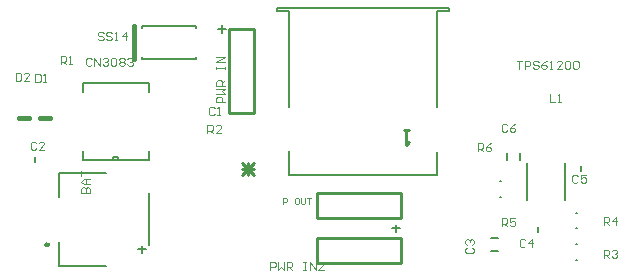
<source format=gto>
G04*
G04 #@! TF.GenerationSoftware,Altium Limited,Altium Designer,21.2.0 (30)*
G04*
G04 Layer_Color=65535*
%FSLAX25Y25*%
%MOIN*%
G70*
G04*
G04 #@! TF.SameCoordinates,9EB53224-002F-4CA6-BEF0-4101847B7537*
G04*
G04*
G04 #@! TF.FilePolarity,Positive*
G04*
G01*
G75*
%ADD10C,0.01181*%
%ADD11C,0.00600*%
%ADD12C,0.00500*%
%ADD13C,0.01000*%
%ADD14C,0.01575*%
%ADD15C,0.00787*%
%ADD16C,0.00591*%
%ADD17C,0.00394*%
D10*
X323079Y384535D02*
G03*
X323079Y384535I-394J0D01*
G01*
D11*
X346700Y412700D02*
G03*
X344300Y412700I-1200J0D01*
G01*
X356500D02*
Y415600D01*
X346700Y412700D02*
X356500D01*
X344300D02*
X346700D01*
X334500D02*
X344300D01*
X334500Y435400D02*
Y438300D01*
X356500D01*
Y435400D02*
Y438300D01*
X334500Y412700D02*
Y415600D01*
X495200Y399300D02*
Y411700D01*
X482800Y399300D02*
Y411700D01*
D12*
X326622Y408551D02*
X342370D01*
X356543Y384339D02*
Y401661D01*
X326622Y377449D02*
X342370D01*
X326622D02*
Y385520D01*
Y400480D02*
Y408551D01*
X403394Y430362D02*
Y462370D01*
X403276Y462331D02*
X403394Y462370D01*
X399457D02*
X403394D01*
X399457D02*
Y463551D01*
X456543D01*
Y462370D02*
Y463551D01*
X452606Y462370D02*
X456543D01*
X452606Y430441D02*
Y462370D01*
X403394Y407842D02*
Y415638D01*
Y407842D02*
X452606D01*
Y415323D01*
D13*
X440547Y400055D02*
Y401630D01*
X440500Y393362D02*
Y401630D01*
X412500Y393362D02*
Y401630D01*
Y393362D02*
X440500D01*
X412500Y401630D02*
X440500D01*
X383370Y428500D02*
Y456500D01*
X391638Y428500D02*
Y456500D01*
X383370Y428500D02*
X391638D01*
X383370Y456500D02*
X391638D01*
X383370Y456547D02*
X384945D01*
X440547Y385055D02*
Y386630D01*
X440500Y378362D02*
Y386630D01*
X412500Y378362D02*
Y386630D01*
Y378362D02*
X440500D01*
X412500Y386630D02*
X440500D01*
X443157Y422724D02*
X441491D01*
X442324D01*
Y417726D01*
X443157Y418559D01*
X387552Y407850D02*
X391550Y411849D01*
Y407850D02*
X387552Y411849D01*
X389551Y407850D02*
Y411849D01*
X391550Y409849D02*
X387552D01*
D14*
X320425Y426642D02*
X323575D01*
X351654Y446508D02*
Y457492D01*
X313425Y426642D02*
X316575D01*
D15*
X354449Y456882D02*
Y457512D01*
X372165Y456882D02*
Y457512D01*
X354449Y446488D02*
Y447118D01*
X372165Y446488D02*
Y447118D01*
X354449Y457512D02*
X372165D01*
X354449Y446488D02*
X372165D01*
X473669Y405559D02*
X474063D01*
X473669Y400441D02*
X474063D01*
X498937Y379532D02*
X499331D01*
X498937Y384650D02*
X499331D01*
X498937Y395059D02*
X499331D01*
X498937Y389941D02*
X499331D01*
D16*
X318728Y412213D02*
Y413787D01*
X480165Y412815D02*
Y415177D01*
X475835Y412815D02*
Y415177D01*
X470776Y386665D02*
X473138D01*
X470776Y382335D02*
X473138D01*
X500772Y409213D02*
Y410787D01*
X486272Y388713D02*
Y390287D01*
X353091Y382902D02*
X355714D01*
X354402Y384214D02*
Y381591D01*
X379591Y456402D02*
X382214D01*
X380902Y457714D02*
Y455091D01*
X437591Y389902D02*
X440214D01*
X438903Y391214D02*
Y388591D01*
D17*
X327163Y444623D02*
Y447377D01*
X328541D01*
X329000Y446918D01*
Y446000D01*
X328541Y445541D01*
X327163D01*
X328082D02*
X329000Y444623D01*
X329918D02*
X330837D01*
X330378D01*
Y447377D01*
X329918Y446918D01*
X401408Y398016D02*
Y399984D01*
X402392D01*
X402720Y399656D01*
Y399000D01*
X402392Y398672D01*
X401408D01*
X406328Y399984D02*
X405672D01*
X405344Y399656D01*
Y398344D01*
X405672Y398016D01*
X406328D01*
X406656Y398344D01*
Y399656D01*
X406328Y399984D01*
X407312D02*
Y398344D01*
X407640Y398016D01*
X408296D01*
X408624Y398344D01*
Y399984D01*
X409280D02*
X410592D01*
X409936D01*
Y398016D01*
X479169Y445878D02*
X481005D01*
X480087D01*
Y443122D01*
X481924D02*
Y445878D01*
X483301D01*
X483760Y445418D01*
Y444500D01*
X483301Y444041D01*
X481924D01*
X486515Y445418D02*
X486056Y445878D01*
X485138D01*
X484679Y445418D01*
Y444959D01*
X485138Y444500D01*
X486056D01*
X486515Y444041D01*
Y443582D01*
X486056Y443122D01*
X485138D01*
X484679Y443582D01*
X489270Y445878D02*
X488352Y445418D01*
X487434Y444500D01*
Y443582D01*
X487893Y443122D01*
X488811D01*
X489270Y443582D01*
Y444041D01*
X488811Y444500D01*
X487434D01*
X490189Y443122D02*
X491107D01*
X490648D01*
Y445878D01*
X490189Y445418D01*
X494321Y443122D02*
X492485D01*
X494321Y444959D01*
Y445418D01*
X493862Y445878D01*
X492944D01*
X492485Y445418D01*
X495240D02*
X495699Y445878D01*
X496617D01*
X497076Y445418D01*
Y443582D01*
X496617Y443122D01*
X495699D01*
X495240Y443582D01*
Y445418D01*
X497995D02*
X498454Y445878D01*
X499372D01*
X499831Y445418D01*
Y443582D01*
X499372Y443122D01*
X498454D01*
X497995Y443582D01*
Y445418D01*
X341515Y454918D02*
X341056Y455377D01*
X340138D01*
X339679Y454918D01*
Y454459D01*
X340138Y454000D01*
X341056D01*
X341515Y453541D01*
Y453082D01*
X341056Y452623D01*
X340138D01*
X339679Y453082D01*
X344270Y454918D02*
X343811Y455377D01*
X342893D01*
X342434Y454918D01*
Y454459D01*
X342893Y454000D01*
X343811D01*
X344270Y453541D01*
Y453082D01*
X343811Y452623D01*
X342893D01*
X342434Y453082D01*
X345189Y452623D02*
X346107D01*
X345648D01*
Y455377D01*
X345189Y454918D01*
X348862Y452623D02*
Y455377D01*
X347485Y454000D01*
X349321D01*
X466204Y415623D02*
Y418377D01*
X467582D01*
X468041Y417918D01*
Y417000D01*
X467582Y416541D01*
X466204D01*
X467123D02*
X468041Y415623D01*
X470796Y418377D02*
X469877Y417918D01*
X468959Y417000D01*
Y416082D01*
X469418Y415623D01*
X470337D01*
X470796Y416082D01*
Y416541D01*
X470337Y417000D01*
X468959D01*
X474204Y390622D02*
Y393377D01*
X475582D01*
X476041Y392918D01*
Y392000D01*
X475582Y391541D01*
X474204D01*
X475122D02*
X476041Y390622D01*
X478796Y393377D02*
X476959D01*
Y392000D01*
X477878Y392459D01*
X478337D01*
X478796Y392000D01*
Y391082D01*
X478337Y390622D01*
X477418D01*
X476959Y391082D01*
X508204Y391123D02*
Y393878D01*
X509582D01*
X510041Y393418D01*
Y392500D01*
X509582Y392041D01*
X508204D01*
X509123D02*
X510041Y391123D01*
X512337D02*
Y393878D01*
X510959Y392500D01*
X512796D01*
X508204Y380122D02*
Y382877D01*
X509582D01*
X510041Y382418D01*
Y381500D01*
X509582Y381041D01*
X508204D01*
X509123D02*
X510041Y380122D01*
X510959Y382418D02*
X511418Y382877D01*
X512337D01*
X512796Y382418D01*
Y381959D01*
X512337Y381500D01*
X511877D01*
X512337D01*
X512796Y381041D01*
Y380582D01*
X512337Y380122D01*
X511418D01*
X510959Y380582D01*
X376141Y421623D02*
Y424377D01*
X377519D01*
X377978Y423918D01*
Y423000D01*
X377519Y422541D01*
X376141D01*
X377060D02*
X377978Y421623D01*
X380733D02*
X378896D01*
X380733Y423459D01*
Y423918D01*
X380274Y424377D01*
X379355D01*
X378896Y423918D01*
X381877Y431924D02*
X379122D01*
Y433301D01*
X379582Y433760D01*
X380500D01*
X380959Y433301D01*
Y431924D01*
X379122Y434679D02*
X381877D01*
X380959Y435597D01*
X381877Y436515D01*
X379122D01*
X381877Y437434D02*
X379122D01*
Y438811D01*
X379582Y439270D01*
X380500D01*
X380959Y438811D01*
Y437434D01*
Y438352D02*
X381877Y439270D01*
X379122Y442944D02*
Y443862D01*
Y443403D01*
X381877D01*
Y442944D01*
Y443862D01*
Y445240D02*
X379122D01*
X381877Y447076D01*
X379122D01*
X397046Y376122D02*
Y378877D01*
X398424D01*
X398883Y378418D01*
Y377500D01*
X398424Y377041D01*
X397046D01*
X399801Y378877D02*
Y376122D01*
X400719Y377041D01*
X401638Y376122D01*
Y378877D01*
X402556Y376122D02*
Y378877D01*
X403934D01*
X404393Y378418D01*
Y377500D01*
X403934Y377041D01*
X402556D01*
X403475D02*
X404393Y376122D01*
X408066Y378877D02*
X408985D01*
X408525D01*
Y376122D01*
X408066D01*
X408985D01*
X410362D02*
Y378877D01*
X412199Y376122D01*
Y378877D01*
X414954Y376122D02*
X413117D01*
X414954Y377959D01*
Y378418D01*
X414495Y378877D01*
X413576D01*
X413117Y378418D01*
X490163Y434877D02*
Y432123D01*
X492000D01*
X492918D02*
X493837D01*
X493377D01*
Y434877D01*
X492918Y434418D01*
X312204Y441878D02*
Y439122D01*
X313582D01*
X314041Y439582D01*
Y441418D01*
X313582Y441878D01*
X312204D01*
X316796Y439122D02*
X314959D01*
X316796Y440959D01*
Y441418D01*
X316337Y441878D01*
X315418D01*
X314959Y441418D01*
X318663Y441377D02*
Y438623D01*
X320041D01*
X320500Y439082D01*
Y440918D01*
X320041Y441377D01*
X318663D01*
X321418Y438623D02*
X322337D01*
X321878D01*
Y441377D01*
X321418Y440918D01*
X337531Y446418D02*
X337072Y446877D01*
X336153D01*
X335694Y446418D01*
Y444582D01*
X336153Y444123D01*
X337072D01*
X337531Y444582D01*
X338449Y444123D02*
Y446877D01*
X340286Y444123D01*
Y446877D01*
X341204Y446418D02*
X341663Y446877D01*
X342582D01*
X343041Y446418D01*
Y445959D01*
X342582Y445500D01*
X342123D01*
X342582D01*
X343041Y445041D01*
Y444582D01*
X342582Y444123D01*
X341663D01*
X341204Y444582D01*
X343959Y446418D02*
X344418Y446877D01*
X345337D01*
X345796Y446418D01*
Y444582D01*
X345337Y444123D01*
X344418D01*
X343959Y444582D01*
Y446418D01*
X346714D02*
X347173Y446877D01*
X348092D01*
X348551Y446418D01*
Y445959D01*
X348092Y445500D01*
X348551Y445041D01*
Y444582D01*
X348092Y444123D01*
X347173D01*
X346714Y444582D01*
Y445041D01*
X347173Y445500D01*
X346714Y445959D01*
Y446418D01*
X347173Y445500D02*
X348092D01*
X349469Y446418D02*
X349928Y446877D01*
X350847D01*
X351306Y446418D01*
Y445959D01*
X350847Y445500D01*
X350388D01*
X350847D01*
X351306Y445041D01*
Y444582D01*
X350847Y444123D01*
X349928D01*
X349469Y444582D01*
X476041Y424418D02*
X475582Y424878D01*
X474663D01*
X474204Y424418D01*
Y422582D01*
X474663Y422122D01*
X475582D01*
X476041Y422582D01*
X478796Y424878D02*
X477878Y424418D01*
X476959Y423500D01*
Y422582D01*
X477418Y422122D01*
X478337D01*
X478796Y422582D01*
Y423041D01*
X478337Y423500D01*
X476959D01*
X499584Y407418D02*
X499125Y407877D01*
X498207D01*
X497748Y407418D01*
Y405582D01*
X498207Y405123D01*
X499125D01*
X499584Y405582D01*
X502339Y407877D02*
X500502D01*
Y406500D01*
X501421Y406959D01*
X501880D01*
X502339Y406500D01*
Y405582D01*
X501880Y405123D01*
X500962D01*
X500502Y405582D01*
X482041Y385918D02*
X481582Y386378D01*
X480663D01*
X480204Y385918D01*
Y384082D01*
X480663Y383623D01*
X481582D01*
X482041Y384082D01*
X484337Y383623D02*
Y386378D01*
X482959Y385000D01*
X484796D01*
X462582Y383541D02*
X462122Y383082D01*
Y382163D01*
X462582Y381704D01*
X464418D01*
X464878Y382163D01*
Y383082D01*
X464418Y383541D01*
X462582Y384459D02*
X462122Y384918D01*
Y385837D01*
X462582Y386296D01*
X463041D01*
X463500Y385837D01*
Y385378D01*
Y385837D01*
X463959Y386296D01*
X464418D01*
X464878Y385837D01*
Y384918D01*
X464418Y384459D01*
X319041Y418418D02*
X318582Y418878D01*
X317663D01*
X317204Y418418D01*
Y416582D01*
X317663Y416122D01*
X318582D01*
X319041Y416582D01*
X321796Y416122D02*
X319959D01*
X321796Y417959D01*
Y418418D01*
X321337Y418878D01*
X320418D01*
X319959Y418418D01*
X378500Y429918D02*
X378041Y430377D01*
X377122D01*
X376663Y429918D01*
Y428082D01*
X377122Y427623D01*
X378041D01*
X378500Y428082D01*
X379418Y427623D02*
X380337D01*
X379877D01*
Y430377D01*
X379418Y429918D01*
X334122Y401827D02*
X336877D01*
Y403204D01*
X336418Y403663D01*
X335959D01*
X335500Y403204D01*
Y401827D01*
Y403204D01*
X335041Y403663D01*
X334582D01*
X334122Y403204D01*
Y401827D01*
X336877Y404582D02*
X335041D01*
X334122Y405500D01*
X335041Y406418D01*
X336877D01*
X335500D01*
Y404582D01*
X334122Y407337D02*
Y409173D01*
Y408255D01*
X336877D01*
M02*

</source>
